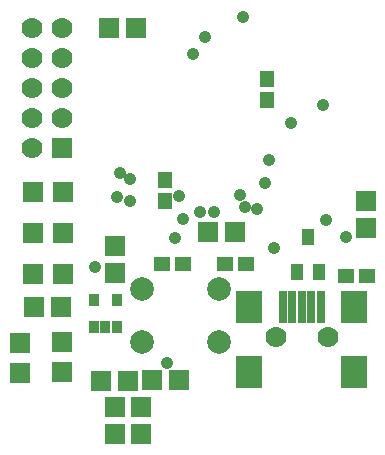
<source format=gbr>
%FSLAX23Y23*%
%MOIN*%
G04 EasyPC Gerber Version 17.0 Build 3379 *
%ADD77R,0.02969X0.10843*%
%ADD83R,0.03756X0.04346*%
%ADD78R,0.04150X0.05331*%
%ADD84R,0.04937X0.05291*%
%ADD82R,0.06500X0.07000*%
%ADD75R,0.08874X0.10843*%
%ADD85R,0.07000X0.07000*%
%ADD86R,0.07000X0.07000*%
%ADD74C,0.04189*%
%ADD80R,0.05291X0.04937*%
%ADD76C,0.07000*%
%ADD81C,0.07890*%
%ADD79R,0.07000X0.06500*%
X0Y0D02*
D02*
D74*
X718Y732D03*
X791Y964D03*
X799Y1045D03*
X834Y952D03*
Y1023D03*
X956Y411D03*
X984Y826D03*
X996Y966D03*
X1010Y891D03*
X1045Y1442D03*
X1067Y915D03*
X1084Y1496D03*
X1114Y913D03*
X1201Y970D03*
X1212Y1565D03*
X1216Y931D03*
X1256Y923D03*
X1285Y1009D03*
X1297Y1086D03*
X1315Y793D03*
X1370Y1212D03*
X1478Y1269D03*
X1488Y887D03*
X1553Y830D03*
D02*
D75*
X1232Y379D03*
Y596D03*
X1582Y379D03*
Y596D03*
D02*
D76*
X508Y1126D03*
Y1226D03*
Y1326D03*
Y1426D03*
Y1526D03*
X608Y1226D03*
Y1326D03*
Y1426D03*
Y1526D03*
X1320Y498D03*
X1494D03*
D02*
D77*
X1344Y596D03*
X1375D03*
X1407D03*
X1438D03*
X1470D03*
D02*
D78*
X1389Y713D03*
X1427Y831D03*
X1464Y713D03*
D02*
D79*
X514Y596D03*
X604D03*
X736Y352D03*
X764Y1527D03*
X826Y352D03*
X854Y1527D03*
X907Y354D03*
X997D03*
X1093Y846D03*
X1183D03*
D02*
D80*
X941Y740D03*
X1011D03*
X1150Y742D03*
X1220D03*
X1553Y700D03*
X1623D03*
D02*
D81*
X875Y481D03*
Y658D03*
X1131Y481D03*
Y658D03*
D02*
D82*
X783Y710D03*
Y800D03*
X785Y175D03*
Y265D03*
X872Y175D03*
Y265D03*
X1622Y862D03*
Y952D03*
D02*
D83*
X714Y530D03*
Y619D03*
X752Y530D03*
X789D03*
Y619D03*
D02*
D84*
X949Y949D03*
Y1019D03*
X1291Y1287D03*
Y1357D03*
D02*
D85*
X466Y376D03*
Y476D03*
X510Y982D03*
X510Y706D03*
Y844D03*
X608Y382D03*
Y482D03*
X610Y982D03*
X610Y706D03*
Y844D03*
D02*
D86*
X608Y1126D03*
X0Y0D02*
M02*

</source>
